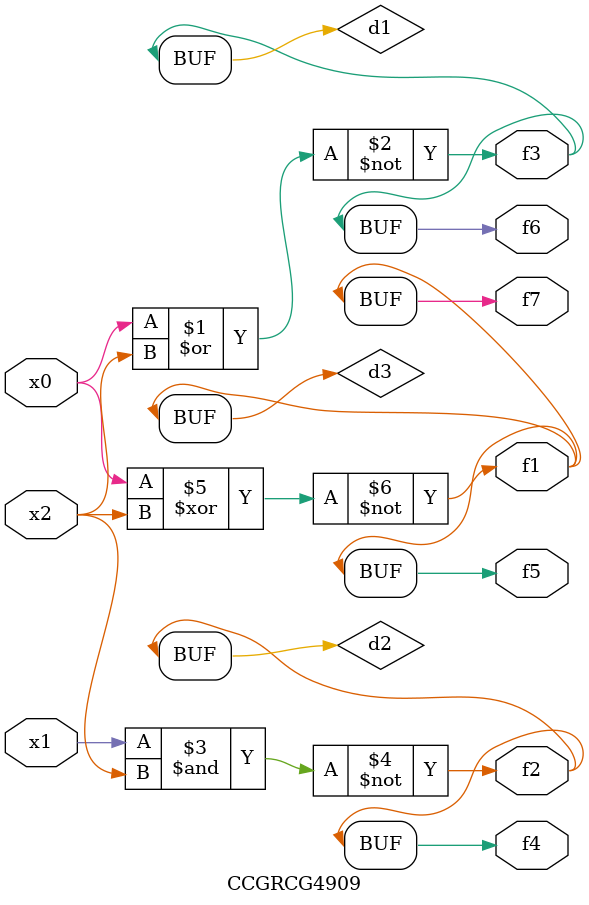
<source format=v>
module CCGRCG4909(
	input x0, x1, x2,
	output f1, f2, f3, f4, f5, f6, f7
);

	wire d1, d2, d3;

	nor (d1, x0, x2);
	nand (d2, x1, x2);
	xnor (d3, x0, x2);
	assign f1 = d3;
	assign f2 = d2;
	assign f3 = d1;
	assign f4 = d2;
	assign f5 = d3;
	assign f6 = d1;
	assign f7 = d3;
endmodule

</source>
